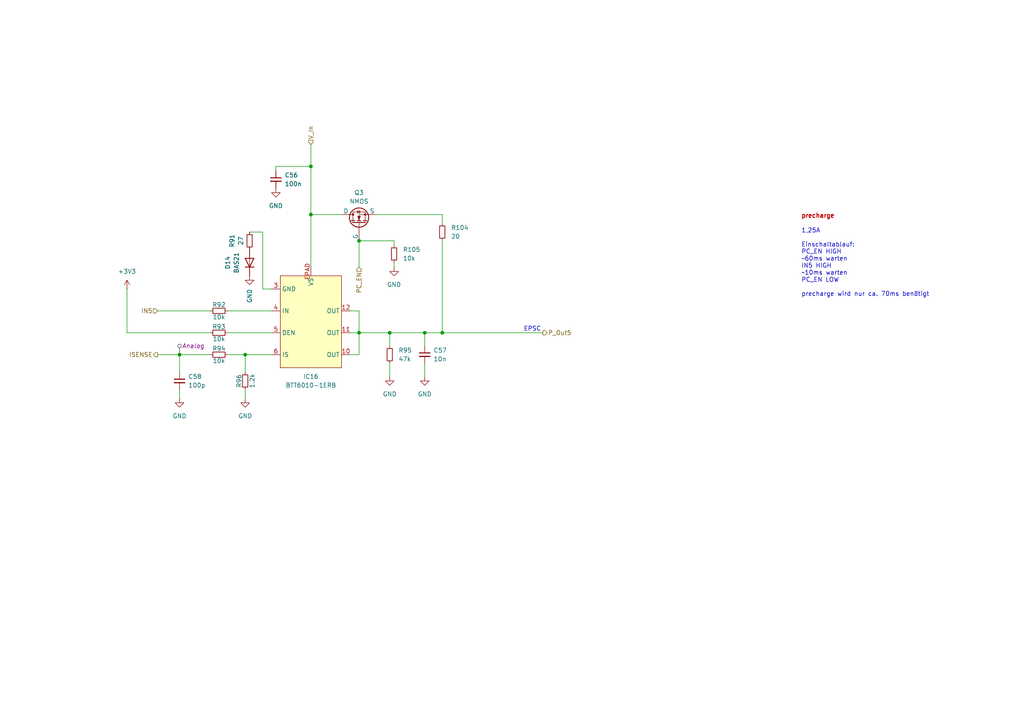
<source format=kicad_sch>
(kicad_sch (version 20231120) (generator "eeschema") (generator_version "8.0")
  (paper "A4")
  (title_block (title "PDU FT25") (date "2024-11-18") (rev "V1.0") (company "Janek Herm") (comment 1 "FaSTTUBe Electronics"))
  (lib_symbols
    (symbol "Device:C_Small" (pin_numbers hide) (pin_names (offset 0.254) hide)
      (property "Reference" "C" (at 0.254 1.778 0))
      (property "Value" "C_Small" (at 0.254 -2.032 0))
      (symbol "C_Small_0_1"
        (polyline (pts (xy -1.524 -0.508) (xy 1.524 -0.508)) (stroke (width 0.3302)))
        (polyline (pts (xy -1.524 0.508) (xy 1.524 0.508)) (stroke (width 0.3048)))
      )
      (symbol "C_Small_1_1"
        (pin passive line (at 0 2.54 270) (length 2.032) (name "~") (number "1"))
        (pin passive line (at 0 -2.54 90) (length 2.032) (name "~") (number "2"))
      )
    )
    (symbol "Device:R_Small" (pin_numbers hide) (pin_names (offset 0.254) hide)
      (property "Reference" "R" (at 0.762 0.508 0))
      (property "Value" "R_Small" (at 0.762 -1.016 0))
      (symbol "R_Small_0_1"
        (rectangle (start -0.762 1.778) (end 0.762 -1.778) (stroke (width 0.2032)))
      )
      (symbol "R_Small_1_1"
        (pin passive line (at 0 2.54 270) (length 0.762) (name "~") (number "1"))
        (pin passive line (at 0 -2.54 90) (length 0.762) (name "~") (number "2"))
      )
    )
    (symbol "Diode:BAS21" (pin_numbers hide) (pin_names hide)
      (property "Reference" "D" (at 0 2.54 0))
      (property "Value" "BAS21" (at 0 -2.54 0))
      (symbol "BAS21_0_1"
        (polyline (pts (xy -1.27 1.27) (xy -1.27 -1.27)) (stroke (width 0.254)))
        (polyline (pts (xy 1.27 0) (xy -1.27 0)))
        (polyline (pts (xy 1.27 1.27) (xy 1.27 -1.27) (xy -1.27 0) (xy 1.27 1.27)) (stroke (width 0.254)))
      )
      (symbol "BAS21_1_1"
        (pin passive line (at 3.81 0 180) (length 2.54) (name "A") (number "1"))
        (pin no_connect line (at -1.27 0 0) (length 2.54) hide (name "NC") (number "2"))
        (pin passive line (at -3.81 0 0) (length 2.54) (name "K") (number "3"))
      )
    )
    (symbol "FaSTTUBe_Power-Switches:BTT6010-1ERB"
      (property "Reference" "IC" (at 0.254 -28.956 0))
      (property "Value" "BTT6010-1ERB" (at 0.508 -30.734 0))
      (symbol "BTT6010-1ERB_1_1"
        (rectangle (start -8.89 -1.27) (end 8.89 -27.94) (fill (type background)))
        (pin passive line (at 11.43 -24.13 180) (length 2.54) (name "OUT") (number "10"))
        (pin passive line (at 11.43 -17.78 180) (length 2.54) (name "OUT") (number "11"))
        (pin power_out line (at 11.43 -11.43 180) (length 2.54) (name "OUT") (number "12"))
        (pin output line (at -11.43 -5.08 0) (length 2.54) (name "GND") (number "3"))
        (pin input line (at -11.43 -11.43 0) (length 2.54) (name "IN") (number "4"))
        (pin input line (at -11.43 -17.78 0) (length 2.54) (name "DEN") (number "5"))
        (pin output line (at -11.43 -24.13 0) (length 2.54) (name "IS") (number "6"))
        (pin input line (at 0 1.27 270) (length 2.54) (name "VS") (number "EPAD"))
      )
    )
    (symbol "Simulation_SPICE:NMOS" (pin_numbers hide) (pin_names (offset 0))
      (property "Reference" "Q" (at 5.08 1.27 0))
      (property "Value" "NMOS" (at 5.08 -1.27 0))
      (symbol "NMOS_0_1"
        (polyline (pts (xy 0.254 0) (xy -2.54 0)))
        (polyline (pts (xy 0.254 1.905) (xy 0.254 -1.905)) (stroke (width 0.254)))
        (polyline (pts (xy 0.762 -1.27) (xy 0.762 -2.286)) (stroke (width 0.254)))
        (polyline (pts (xy 0.762 0.508) (xy 0.762 -0.508)) (stroke (width 0.254)))
        (polyline (pts (xy 0.762 2.286) (xy 0.762 1.27)) (stroke (width 0.254)))
        (polyline (pts (xy 2.54 2.54) (xy 2.54 1.778)))
        (polyline (pts (xy 2.54 -2.54) (xy 2.54 0) (xy 0.762 0)))
        (polyline (pts (xy 0.762 -1.778) (xy 3.302 -1.778) (xy 3.302 1.778) (xy 0.762 1.778)))
        (polyline (pts (xy 1.016 0) (xy 2.032 0.381) (xy 2.032 -0.381) (xy 1.016 0)) (fill (type outline)))
        (polyline (pts (xy 2.794 0.508) (xy 2.921 0.381) (xy 3.683 0.381) (xy 3.81 0.254)))
        (polyline (pts (xy 3.302 0.381) (xy 2.921 -0.254) (xy 3.683 -0.254) (xy 3.302 0.381)))
        (circle (center 1.651 0) (radius 2.794) (stroke (width 0.254)))
        (circle (center 2.54 -1.778) (radius 0.254) (fill (type outline)))
        (circle (center 2.54 1.778) (radius 0.254) (fill (type outline)))
      )
      (symbol "NMOS_1_1"
        (pin passive line (at 2.54 5.08 270) (length 2.54) (name "D") (number "1"))
        (pin input line (at -5.08 0 0) (length 2.54) (name "G") (number "2"))
        (pin passive line (at 2.54 -5.08 90) (length 2.54) (name "S") (number "3"))
      )
    )
    (symbol "power:+3.3V" (power) (pin_numbers hide) (pin_names (offset 0) hide)
      (property "Value" "+3.3V" (at 0 3.556 0))
      (symbol "+3.3V_0_1"
        (polyline (pts (xy -0.762 1.27) (xy 0 2.54)))
        (polyline (pts (xy 0 0) (xy 0 2.54)))
        (polyline (pts (xy 0 2.54) (xy 0.762 1.27)))
      )
      (symbol "+3.3V_1_1"
        (pin power_in line (at 0 0 90) (length 0) (name "~") (number "1"))
      )
    )
    (symbol "power:GND" (power) (pin_numbers hide) (pin_names (offset 0) hide)
      (property "Value" "GND" (at 0 -3.81 0))
      (symbol "GND_0_1"
        (polyline (pts (xy 0 0) (xy 0 -1.27) (xy 1.27 -1.27) (xy 0 -2.54) (xy -1.27 -1.27) (xy 0 -1.27)))
      )
      (symbol "GND_1_1"
        (pin power_in line (at 0 0 270) (length 0) (name "~") (number "1"))
      )
    )
  )
  (junction (at 71.12 102.87))
  (junction (at 104.14 69.85))
  (junction (at 90.17 62.23))
  (junction (at 113.03 96.52))
  (junction (at 128.27 96.52))
  (junction (at 52.07 102.87))
  (junction (at 90.17 48.26))
  (junction (at 123.19 96.52))
  (junction (at 104.14 96.52))
  (wire (pts (xy 128.27 62.23) (xy 128.27 64.77)))
  (wire (pts (xy 66.04 102.87) (xy 71.12 102.87)))
  (wire (pts (xy 76.2 67.31) (xy 72.39 67.31)))
  (wire (pts (xy 66.04 96.52) (xy 78.74 96.52)))
  (wire (pts (xy 90.17 62.23) (xy 99.06 62.23)))
  (wire (pts (xy 128.27 69.85) (xy 128.27 96.52)))
  (wire (pts (xy 104.14 69.85) (xy 104.14 77.47)))
  (wire (pts (xy 114.3 77.47) (xy 114.3 76.2)))
  (wire (pts (xy 114.3 69.85) (xy 114.3 71.12)))
  (wire (pts (xy 113.03 105.41) (xy 113.03 109.22)))
  (wire (pts (xy 109.22 62.23) (xy 128.27 62.23)))
  (wire (pts (xy 45.72 90.17) (xy 60.96 90.17)))
  (wire (pts (xy 52.07 102.87) (xy 52.07 107.95)))
  (wire (pts (xy 36.83 96.52) (xy 36.83 83.82)))
  (wire (pts (xy 45.72 102.87) (xy 52.07 102.87)))
  (wire (pts (xy 113.03 96.52) (xy 123.19 96.52)))
  (wire (pts (xy 128.27 96.52) (xy 157.48 96.52)))
  (wire (pts (xy 66.04 90.17) (xy 78.74 90.17)))
  (wire (pts (xy 52.07 113.03) (xy 52.07 115.57)))
  (wire (pts (xy 113.03 96.52) (xy 113.03 100.33)))
  (wire (pts (xy 90.17 41.91) (xy 90.17 48.26)))
  (wire (pts (xy 90.17 48.26) (xy 90.17 62.23)))
  (wire (pts (xy 123.19 96.52) (xy 123.19 100.33)))
  (wire (pts (xy 104.14 90.17) (xy 104.14 96.52)))
  (wire (pts (xy 101.6 96.52) (xy 104.14 96.52)))
  (wire (pts (xy 104.14 96.52) (xy 113.03 96.52)))
  (wire (pts (xy 104.14 102.87) (xy 104.14 96.52)))
  (wire (pts (xy 114.3 69.85) (xy 104.14 69.85)))
  (wire (pts (xy 101.6 102.87) (xy 104.14 102.87)))
  (wire (pts (xy 52.07 102.87) (xy 60.96 102.87)))
  (wire (pts (xy 90.17 62.23) (xy 90.17 77.47)))
  (wire (pts (xy 123.19 105.41) (xy 123.19 109.22)))
  (wire (pts (xy 123.19 96.52) (xy 128.27 96.52)))
  (wire (pts (xy 80.01 48.26) (xy 80.01 49.53)))
  (wire (pts (xy 101.6 90.17) (xy 104.14 90.17)))
  (wire (pts (xy 71.12 102.87) (xy 71.12 107.95)))
  (wire (pts (xy 36.83 96.52) (xy 60.96 96.52)))
  (wire (pts (xy 71.12 113.03) (xy 71.12 115.57)))
  (wire (pts (xy 80.01 48.26) (xy 90.17 48.26)))
  (wire (pts (xy 76.2 67.31) (xy 76.2 83.82)))
  (wire (pts (xy 76.2 83.82) (xy 78.74 83.82)))
  (wire (pts (xy 71.12 102.87) (xy 78.74 102.87)))
  (text "precharge" (at 237.236 62.738 0) (effects (font (size 1.27 1.27) (thickness 0.254) (bold yes))))
  (text "1,25A\n\nEinschaltablauf:\nPC_EN HIGH\n~60ms warten\nIN5 HIGH\n~10ms warten\nPC_EN LOW\n\nprecharge wird nur ca. 70ms benötigt" (at 232.41 76.2 0) (effects (font (size 1.27 1.27)) (justify left)))
  (text "EPSC" (at 154.432 95.504 0) (effects (font (size 1.27 1.27))))
  (hierarchical_label "IN5" (shape input) (at 45.72 90.17 180))
  (hierarchical_label "P_Out5" (shape output) (at 157.48 96.52 0))
  (hierarchical_label "ISENSE" (shape output) (at 45.72 102.87 180))
  (hierarchical_label "V_In" (shape input) (at 90.17 41.91 90))
  (hierarchical_label "PC_EN" (shape input) (at 104.14 77.47 270))
  (netclass_flag "" (length 2.54) (shape round) (at 52.07 102.87 0) (property "Netclass" "Analog" (at 52.7685 100.33 0) (effects (font (italic yes)) (justify left))))
  (symbol (lib_id "FaSTTUBe_Power-Switches:BTT6010-1ERB") (at 90.17 78.74 0) (unit 1)
    (property "Reference" "IC16" (at 90.17 109.22 0))
    (property "Value" "BTT6010-1ERB" (at 90.17 111.76 0))
    (property "Footprint" "BTT6010-1ERB:SOIC14_BTT6010-1ERB_INF" (effects (hide yes)))
    (property "Datasheet" "https://www.infineon.com/dgdl/Infineon-BTT6010-1ERB-DS-v01_00-EN.pdf?fileId=5546d46269e1c019016a21e80b080d7a" (effects (hide yes)))
  )
  (symbol (lib_id "power:GND") (at 72.39 80.01 0) (unit 1)
    (property "Reference" "#PWR0122" (effects (hide yes)))
    (property "Value" "GND" (at 72.3899 83.82 90) (effects (justify right)))
    (property "Description" "Power symbol creates a global label with name \"GND\" , ground" (effects (hide yes)))
  )
  (symbol (lib_id "power:+3.3V") (at 36.83 83.82 0) (unit 1)
    (property "Reference" "#PWR0123" (effects (hide yes)))
    (property "Value" "+3V3" (at 36.83 78.74 0))
    (property "Description" "Power symbol creates a global label with name \"+3.3V\"" (effects (hide yes)))
  )
  (symbol (lib_id "power:GND") (at 80.01 54.61 0) (unit 1)
    (property "Reference" "#PWR0121" (effects (hide yes)))
    (property "Value" "GND" (at 80.01 59.69 0))
    (property "Description" "Power symbol creates a global label with name \"GND\" , ground" (effects (hide yes)))
  )
  (symbol (lib_id "Device:R_Small") (at 63.5 102.87 270) (unit 1)
    (property "Reference" "R94" (at 63.5 101.092 90))
    (property "Value" "10k" (at 63.5 104.648 90))
    (property "Footprint" "Resistor_SMD:R_0603_1608Metric_Pad0.98x0.95mm_HandSolder" (effects (hide yes)))
    (property "Description" "Resistor, small symbol" (effects (hide yes)))
  )
  (symbol (lib_id "Device:R_Small") (at 113.03 102.87 0) (unit 1)
    (property "Reference" "R95" (at 115.57 101.5999 0) (effects (justify left)))
    (property "Value" "47k" (at 115.57 104.1399 0) (effects (justify left)))
    (property "Footprint" "Resistor_SMD:R_0603_1608Metric_Pad0.98x0.95mm_HandSolder" (effects (hide yes)))
    (property "Description" "Resistor, small symbol" (effects (hide yes)))
  )
  (symbol (lib_id "Device:C_Small") (at 52.07 110.49 0) (unit 1)
    (property "Reference" "C58" (at 54.61 109.2262 0) (effects (justify left)))
    (property "Value" "100p" (at 54.61 111.7662 0) (effects (justify left)))
    (property "Footprint" "Capacitor_SMD:C_0603_1608Metric_Pad1.08x0.95mm_HandSolder" (effects (hide yes)))
    (property "Description" "Unpolarized capacitor, small symbol" (effects (hide yes)))
  )
  (symbol (lib_id "Simulation_SPICE:NMOS") (at 104.14 64.77 90) (unit 1)
    (property "Reference" "Q3" (at 104.14 55.88 90))
    (property "Value" "NMOS" (at 104.14 58.42 90))
    (property "Footprint" "Package_TO_SOT_SMD:SOT-23_Handsoldering" (effects (hide yes)))
    (property "Datasheet" "https://ngspice.sourceforge.io/docs/ngspice-html-manual/manual.xhtml#cha_MOSFETs" (effects (hide yes)))
    (property "Description" "N-MOSFET transistor, drain/source/gate" (effects (hide yes)))
    (property "Sim.Device" "NMOS" (effects (hide yes)))
    (property "Sim.Type" "VDMOS" (effects (hide yes)))
    (property "Sim.Pins" "1=D 2=G 3=S" (effects (hide yes)))
  )
  (symbol (lib_id "Device:R_Small") (at 72.39 69.85 180) (unit 1)
    (property "Reference" "R91" (at 67.31 69.85 90))
    (property "Value" "27" (at 69.85 69.85 90))
    (property "Footprint" "Resistor_SMD:R_0603_1608Metric_Pad0.98x0.95mm_HandSolder" (effects (hide yes)))
    (property "Description" "Resistor, small symbol" (effects (hide yes)))
  )
  (symbol (lib_id "Device:R_Small") (at 63.5 90.17 270) (unit 1)
    (property "Reference" "R92" (at 63.5 88.392 90))
    (property "Value" "10k" (at 63.5 91.948 90))
    (property "Footprint" "Resistor_SMD:R_0603_1608Metric_Pad0.98x0.95mm_HandSolder" (effects (hide yes)))
    (property "Description" "Resistor, small symbol" (effects (hide yes)))
  )
  (symbol (lib_id "power:GND") (at 114.3 77.47 0) (unit 1)
    (property "Reference" "#PWR0140" (effects (hide yes)))
    (property "Value" "GND" (at 114.3 82.55 0))
    (property "Description" "Power symbol creates a global label with name \"GND\" , ground" (effects (hide yes)))
  )
  (symbol (lib_id "Device:R_Small") (at 71.12 110.49 0) (unit 1)
    (property "Reference" "R96" (at 69.342 110.49 90))
    (property "Value" "1.2k" (at 73.152 110.49 90))
    (property "Footprint" "Resistor_SMD:R_0603_1608Metric_Pad0.98x0.95mm_HandSolder" (effects (hide yes)))
    (property "Description" "Resistor, small symbol" (effects (hide yes)))
  )
  (symbol (lib_id "power:GND") (at 71.12 115.57 0) (unit 1)
    (property "Reference" "#PWR0127" (effects (hide yes)))
    (property "Value" "GND" (at 71.12 120.65 0))
    (property "Description" "Power symbol creates a global label with name \"GND\" , ground" (effects (hide yes)))
  )
  (symbol (lib_id "Device:R_Small") (at 128.27 67.31 0) (unit 1)
    (property "Reference" "R104" (at 130.81 66.0399 0) (effects (justify left)))
    (property "Value" "20" (at 130.81 68.5799 0) (effects (justify left)))
    (property "Footprint" "Resistor_SMD:R_0603_1608Metric_Pad0.98x0.95mm_HandSolder" (effects (hide yes)))
    (property "Description" "Resistor, small symbol" (effects (hide yes)))
  )
  (symbol (lib_id "Device:C_Small") (at 80.01 52.07 0) (unit 1)
    (property "Reference" "C56" (at 82.55 50.8062 0) (effects (justify left)))
    (property "Value" "100n" (at 82.55 53.3462 0) (effects (justify left)))
    (property "Footprint" "Capacitor_SMD:C_0603_1608Metric_Pad1.08x0.95mm_HandSolder" (effects (hide yes)))
    (property "Description" "Unpolarized capacitor, small symbol" (effects (hide yes)))
  )
  (symbol (lib_id "Device:R_Small") (at 114.3 73.66 0) (unit 1)
    (property "Reference" "R105" (at 116.84 72.3899 0) (effects (justify left)))
    (property "Value" "10k" (at 116.84 74.9299 0) (effects (justify left)))
    (property "Description" "Resistor, small symbol" (effects (hide yes)))
  )
  (symbol (lib_id "Diode:BAS21") (at 72.39 76.2 90) (unit 1)
    (property "Reference" "D14" (at 66.04 76.2 0))
    (property "Value" "BAS21" (at 68.58 76.2 0))
    (property "Footprint" "Package_TO_SOT_SMD:SOT-23" (effects (hide yes)))
    (property "Datasheet" "https://www.diodes.com/assets/Datasheets/Ds12004.pdf" (effects (hide yes)))
    (property "Description" "250V, 0.4A, High-speed Switching Diode, SOT-23" (effects (hide yes)))
  )
  (symbol (lib_id "power:GND") (at 52.07 115.57 0) (unit 1)
    (property "Reference" "#PWR0126" (effects (hide yes)))
    (property "Value" "GND" (at 52.07 120.65 0))
    (property "Description" "Power symbol creates a global label with name \"GND\" , ground" (effects (hide yes)))
  )
  (symbol (lib_id "power:GND") (at 113.03 109.22 0) (unit 1)
    (property "Reference" "#PWR0124" (effects (hide yes)))
    (property "Value" "GND" (at 113.03 114.3 0))
    (property "Description" "Power symbol creates a global label with name \"GND\" , ground" (effects (hide yes)))
  )
  (symbol (lib_id "Device:C_Small") (at 123.19 102.87 0) (unit 1)
    (property "Reference" "C57" (at 125.73 101.6062 0) (effects (justify left)))
    (property "Value" "10n" (at 125.73 104.1462 0) (effects (justify left)))
    (property "Footprint" "Capacitor_SMD:C_0603_1608Metric_Pad1.08x0.95mm_HandSolder" (effects (hide yes)))
    (property "Description" "Unpolarized capacitor, small symbol" (effects (hide yes)))
  )
  (symbol (lib_id "power:GND") (at 123.19 109.22 0) (unit 1)
    (property "Reference" "#PWR0125" (effects (hide yes)))
    (property "Value" "GND" (at 123.19 114.3 0))
    (property "Description" "Power symbol creates a global label with name \"GND\" , ground" (effects (hide yes)))
  )
  (symbol (lib_id "Device:R_Small") (at 63.5 96.52 270) (unit 1)
    (property "Reference" "R93" (at 63.5 94.742 90))
    (property "Value" "10k" (at 63.5 98.298 90))
    (property "Footprint" "Resistor_SMD:R_0603_1608Metric_Pad0.98x0.95mm_HandSolder" (effects (hide yes)))
    (property "Description" "Resistor, small symbol" (effects (hide yes)))
  )
)
</source>
